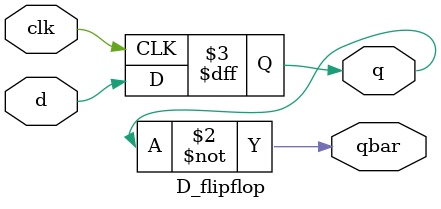
<source format=v>
module D_flipflop(input clk, input d, output reg q, output qbar);
always @(posedge clk)
    begin
    q<=d;
    end
    assign qbar=~q;
endmodule


</source>
